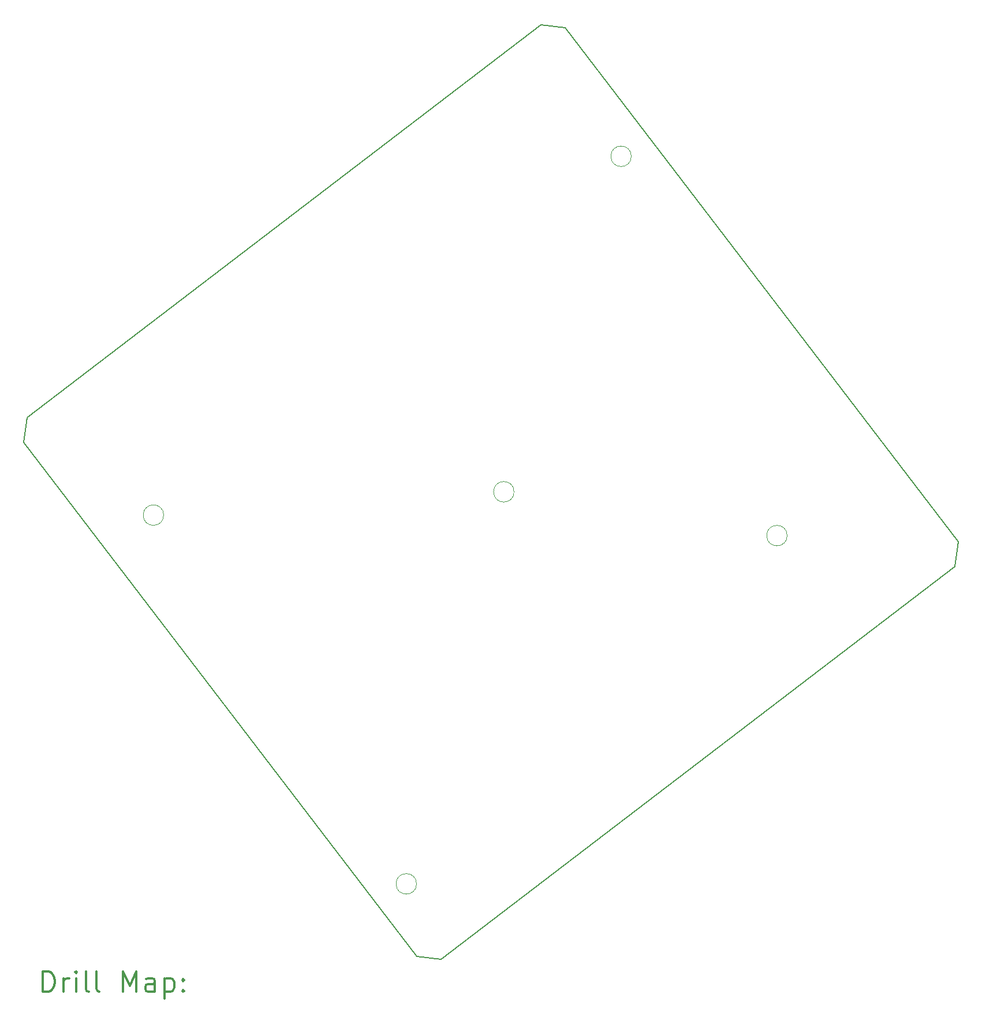
<source format=gbr>
%FSLAX45Y45*%
G04 Gerber Fmt 4.5, Leading zero omitted, Abs format (unit mm)*
G04 Created by KiCad (PCBNEW 5.1.9+dfsg1-1+deb11u1) date 2024-07-30 12:47:27*
%MOMM*%
%LPD*%
G01*
G04 APERTURE LIST*
%TA.AperFunction,Profile*%
%ADD10C,0.050000*%
%TD*%
%TA.AperFunction,Profile*%
%ADD11C,0.150000*%
%TD*%
%ADD12C,0.200000*%
%ADD13C,0.300000*%
G04 APERTURE END LIST*
D10*
X8906848Y-15742606D02*
G75*
G03*
X8906848Y-15742606I-150000J0D01*
G01*
X12056448Y-5077006D02*
G75*
G03*
X12056448Y-5077006I-150000J0D01*
G01*
X14342448Y-10637206D02*
G75*
G03*
X14342448Y-10637206I-150000J0D01*
G01*
X5198448Y-10337206D02*
G75*
G03*
X5198448Y-10337206I-150000J0D01*
G01*
D11*
X16851066Y-10728760D02*
X16802552Y-11092996D01*
X3197550Y-8907326D02*
X3148782Y-9271054D01*
X9270690Y-16851430D02*
X8907470Y-16802916D01*
X10729666Y-3148384D02*
X11090854Y-3195120D01*
X9270690Y-16851430D02*
X16802552Y-11092996D01*
X16851066Y-10728760D02*
X11090854Y-3195120D01*
X3197550Y-8907326D02*
X10729666Y-3148384D01*
X8907470Y-16802916D02*
X3148782Y-9271054D01*
D10*
X10337000Y-9995132D02*
G75*
G03*
X10337000Y-9995132I-150000J0D01*
G01*
D12*
D13*
X3427710Y-17324645D02*
X3427710Y-17024645D01*
X3499139Y-17024645D01*
X3541996Y-17038930D01*
X3570567Y-17067502D01*
X3584853Y-17096073D01*
X3599139Y-17153216D01*
X3599139Y-17196073D01*
X3584853Y-17253216D01*
X3570567Y-17281787D01*
X3541996Y-17310359D01*
X3499139Y-17324645D01*
X3427710Y-17324645D01*
X3727710Y-17324645D02*
X3727710Y-17124645D01*
X3727710Y-17181787D02*
X3741996Y-17153216D01*
X3756282Y-17138930D01*
X3784853Y-17124645D01*
X3813424Y-17124645D01*
X3913424Y-17324645D02*
X3913424Y-17124645D01*
X3913424Y-17024645D02*
X3899139Y-17038930D01*
X3913424Y-17053216D01*
X3927710Y-17038930D01*
X3913424Y-17024645D01*
X3913424Y-17053216D01*
X4099139Y-17324645D02*
X4070567Y-17310359D01*
X4056282Y-17281787D01*
X4056282Y-17024645D01*
X4256282Y-17324645D02*
X4227710Y-17310359D01*
X4213424Y-17281787D01*
X4213424Y-17024645D01*
X4599139Y-17324645D02*
X4599139Y-17024645D01*
X4699139Y-17238930D01*
X4799139Y-17024645D01*
X4799139Y-17324645D01*
X5070567Y-17324645D02*
X5070567Y-17167502D01*
X5056282Y-17138930D01*
X5027710Y-17124645D01*
X4970567Y-17124645D01*
X4941996Y-17138930D01*
X5070567Y-17310359D02*
X5041996Y-17324645D01*
X4970567Y-17324645D01*
X4941996Y-17310359D01*
X4927710Y-17281787D01*
X4927710Y-17253216D01*
X4941996Y-17224645D01*
X4970567Y-17210359D01*
X5041996Y-17210359D01*
X5070567Y-17196073D01*
X5213424Y-17124645D02*
X5213424Y-17424645D01*
X5213424Y-17138930D02*
X5241996Y-17124645D01*
X5299139Y-17124645D01*
X5327710Y-17138930D01*
X5341996Y-17153216D01*
X5356282Y-17181787D01*
X5356282Y-17267502D01*
X5341996Y-17296073D01*
X5327710Y-17310359D01*
X5299139Y-17324645D01*
X5241996Y-17324645D01*
X5213424Y-17310359D01*
X5484853Y-17296073D02*
X5499139Y-17310359D01*
X5484853Y-17324645D01*
X5470567Y-17310359D01*
X5484853Y-17296073D01*
X5484853Y-17324645D01*
X5484853Y-17138930D02*
X5499139Y-17153216D01*
X5484853Y-17167502D01*
X5470567Y-17153216D01*
X5484853Y-17138930D01*
X5484853Y-17167502D01*
M02*

</source>
